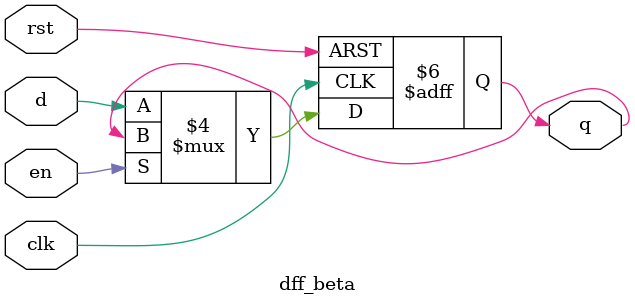
<source format=v>
/* 
    Negative triggered dff with asynchronous hign active reset and low active enable
*/ 
module dff_beta (clk, rst, en, d, q);
    input clk, rst, en, d;
    output q;
    reg q;

    always @(negedge clk, posedge rst) begin
        if(rst) q <= 1'b0;
        else 
            if(!en) q <= d;
            else q <= q;
    end
endmodule
</source>
